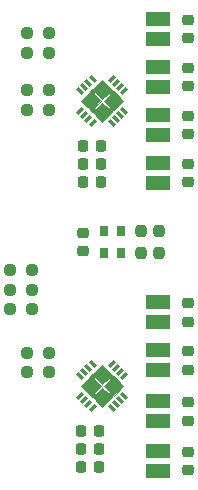
<source format=gbr>
%TF.GenerationSoftware,KiCad,Pcbnew,(6.0.2-0)*%
%TF.CreationDate,2022-06-23T22:24:51+02:00*%
%TF.ProjectId,CapSenseDuo,43617053-656e-4736-9544-756f2e6b6963,rev?*%
%TF.SameCoordinates,Original*%
%TF.FileFunction,Paste,Top*%
%TF.FilePolarity,Positive*%
%FSLAX46Y46*%
G04 Gerber Fmt 4.6, Leading zero omitted, Abs format (unit mm)*
G04 Created by KiCad (PCBNEW (6.0.2-0)) date 2022-06-23 22:24:51*
%MOMM*%
%LPD*%
G01*
G04 APERTURE LIST*
G04 Aperture macros list*
%AMRoundRect*
0 Rectangle with rounded corners*
0 $1 Rounding radius*
0 $2 $3 $4 $5 $6 $7 $8 $9 X,Y pos of 4 corners*
0 Add a 4 corners polygon primitive as box body*
4,1,4,$2,$3,$4,$5,$6,$7,$8,$9,$2,$3,0*
0 Add four circle primitives for the rounded corners*
1,1,$1+$1,$2,$3*
1,1,$1+$1,$4,$5*
1,1,$1+$1,$6,$7*
1,1,$1+$1,$8,$9*
0 Add four rect primitives between the rounded corners*
20,1,$1+$1,$2,$3,$4,$5,0*
20,1,$1+$1,$4,$5,$6,$7,0*
20,1,$1+$1,$6,$7,$8,$9,0*
20,1,$1+$1,$8,$9,$2,$3,0*%
%AMRotRect*
0 Rectangle, with rotation*
0 The origin of the aperture is its center*
0 $1 length*
0 $2 width*
0 $3 Rotation angle, in degrees counterclockwise*
0 Add horizontal line*
21,1,$1,$2,0,0,$3*%
G04 Aperture macros list end*
%ADD10C,0.100000*%
%ADD11R,0.800000X0.900000*%
%ADD12RoundRect,0.237500X-0.250000X-0.237500X0.250000X-0.237500X0.250000X0.237500X-0.250000X0.237500X0*%
%ADD13R,2.000000X1.250000*%
%ADD14RotRect,0.249999X0.599999X45.000000*%
%ADD15RotRect,0.249999X0.599999X315.000000*%
%ADD16C,0.499999*%
%ADD17RoundRect,0.225000X-0.250000X0.225000X-0.250000X-0.225000X0.250000X-0.225000X0.250000X0.225000X0*%
%ADD18RoundRect,0.225000X-0.225000X-0.250000X0.225000X-0.250000X0.225000X0.250000X-0.225000X0.250000X0*%
%ADD19RoundRect,0.237500X0.250000X0.237500X-0.250000X0.237500X-0.250000X-0.237500X0.250000X-0.237500X0*%
%ADD20RoundRect,0.237500X-0.237500X0.250000X-0.237500X-0.250000X0.237500X-0.250000X0.237500X0.250000X0*%
%ADD21RoundRect,0.237500X0.237500X-0.250000X0.237500X0.250000X-0.237500X0.250000X-0.237500X-0.250000X0*%
G04 APERTURE END LIST*
D10*
%TO.C,IC1*%
X110948242Y-138753345D02*
X111760001Y-139565105D01*
X111760001Y-139565105D02*
X112571761Y-138753345D01*
X112571761Y-138753345D02*
X111760002Y-137941585D01*
X111760002Y-137941585D02*
X110948242Y-138753345D01*
G36*
X112571761Y-138753345D02*
G01*
X111760001Y-139565105D01*
X110948242Y-138753345D01*
X111760002Y-137941585D01*
X112571761Y-138753345D01*
G37*
X112571761Y-138753345D02*
X111760001Y-139565105D01*
X110948242Y-138753345D01*
X111760002Y-137941585D01*
X112571761Y-138753345D01*
X111618583Y-137800166D02*
X110806823Y-136988406D01*
X110806823Y-136988406D02*
X109995063Y-137800166D01*
X109995063Y-137800166D02*
X110806823Y-138611926D01*
X110806823Y-138611926D02*
X111618583Y-137800166D01*
G36*
X111618583Y-137800166D02*
G01*
X110806823Y-138611926D01*
X109995063Y-137800166D01*
X110806823Y-136988406D01*
X111618583Y-137800166D01*
G37*
X111618583Y-137800166D02*
X110806823Y-138611926D01*
X109995063Y-137800166D01*
X110806823Y-136988406D01*
X111618583Y-137800166D01*
X111901421Y-137800166D02*
X112713181Y-138611925D01*
X112713181Y-138611925D02*
X113524940Y-137800166D01*
X113524940Y-137800166D02*
X112713181Y-136988407D01*
X112713181Y-136988407D02*
X111901421Y-137800166D01*
G36*
X113524940Y-137800166D02*
G01*
X112713181Y-138611925D01*
X111901421Y-137800166D01*
X112713181Y-136988407D01*
X113524940Y-137800166D01*
G37*
X113524940Y-137800166D02*
X112713181Y-138611925D01*
X111901421Y-137800166D01*
X112713181Y-136988407D01*
X113524940Y-137800166D01*
X112571761Y-136846987D02*
X111760001Y-136035227D01*
X111760001Y-136035227D02*
X110948242Y-136846987D01*
X110948242Y-136846987D02*
X111760002Y-137658747D01*
X111760002Y-137658747D02*
X112571761Y-136846987D01*
G36*
X112571761Y-136846987D02*
G01*
X111760002Y-137658747D01*
X110948242Y-136846987D01*
X111760001Y-136035227D01*
X112571761Y-136846987D01*
G37*
X112571761Y-136846987D02*
X111760002Y-137658747D01*
X110948242Y-136846987D01*
X111760001Y-136035227D01*
X112571761Y-136846987D01*
%TO.C,IC2*%
X112571761Y-112711821D02*
X111760001Y-111900061D01*
X111760001Y-111900061D02*
X110948242Y-112711821D01*
X110948242Y-112711821D02*
X111760002Y-113523581D01*
X111760002Y-113523581D02*
X112571761Y-112711821D01*
G36*
X112571761Y-112711821D02*
G01*
X111760002Y-113523581D01*
X110948242Y-112711821D01*
X111760001Y-111900061D01*
X112571761Y-112711821D01*
G37*
X112571761Y-112711821D02*
X111760002Y-113523581D01*
X110948242Y-112711821D01*
X111760001Y-111900061D01*
X112571761Y-112711821D01*
X110948242Y-114618179D02*
X111760001Y-115429939D01*
X111760001Y-115429939D02*
X112571761Y-114618179D01*
X112571761Y-114618179D02*
X111760002Y-113806419D01*
X111760002Y-113806419D02*
X110948242Y-114618179D01*
G36*
X112571761Y-114618179D02*
G01*
X111760001Y-115429939D01*
X110948242Y-114618179D01*
X111760002Y-113806419D01*
X112571761Y-114618179D01*
G37*
X112571761Y-114618179D02*
X111760001Y-115429939D01*
X110948242Y-114618179D01*
X111760002Y-113806419D01*
X112571761Y-114618179D01*
X111618583Y-113665000D02*
X110806823Y-112853240D01*
X110806823Y-112853240D02*
X109995063Y-113665000D01*
X109995063Y-113665000D02*
X110806823Y-114476760D01*
X110806823Y-114476760D02*
X111618583Y-113665000D01*
G36*
X111618583Y-113665000D02*
G01*
X110806823Y-114476760D01*
X109995063Y-113665000D01*
X110806823Y-112853240D01*
X111618583Y-113665000D01*
G37*
X111618583Y-113665000D02*
X110806823Y-114476760D01*
X109995063Y-113665000D01*
X110806823Y-112853240D01*
X111618583Y-113665000D01*
X111901421Y-113665000D02*
X112713181Y-114476759D01*
X112713181Y-114476759D02*
X113524940Y-113665000D01*
X113524940Y-113665000D02*
X112713181Y-112853241D01*
X112713181Y-112853241D02*
X111901421Y-113665000D01*
G36*
X113524940Y-113665000D02*
G01*
X112713181Y-114476759D01*
X111901421Y-113665000D01*
X112713181Y-112853241D01*
X113524940Y-113665000D01*
G37*
X113524940Y-113665000D02*
X112713181Y-114476759D01*
X111901421Y-113665000D01*
X112713181Y-112853241D01*
X113524940Y-113665000D01*
%TD*%
D11*
%TO.C,Y1*%
X111882500Y-124678000D03*
X111882500Y-126528000D03*
X113332500Y-126528000D03*
X113332500Y-124678000D03*
%TD*%
D12*
%TO.C,R5*%
X105386500Y-135001000D03*
X107211500Y-135001000D03*
%TD*%
%TO.C,R4*%
X103989500Y-129667000D03*
X105814500Y-129667000D03*
%TD*%
%TO.C,R3*%
X103989500Y-131318000D03*
X105814500Y-131318000D03*
%TD*%
D13*
%TO.C,L1*%
X116500000Y-144995000D03*
X116500000Y-143295000D03*
%TD*%
%TO.C,L2*%
X116500000Y-140804000D03*
X116500000Y-139104000D03*
%TD*%
%TO.C,L3*%
X116500000Y-136473000D03*
X116500000Y-134773000D03*
%TD*%
%TO.C,L4*%
X116500000Y-132409000D03*
X116500000Y-130709000D03*
%TD*%
D14*
%TO.C,IC1*%
X110946829Y-135926333D03*
X110593276Y-136279886D03*
X110239721Y-136633441D03*
X109886169Y-136986992D03*
D15*
X109886169Y-138613340D03*
X110239721Y-138966891D03*
X110593276Y-139320446D03*
X110946829Y-139673999D03*
D14*
X112573175Y-139673998D03*
X112926727Y-139320446D03*
X113280282Y-138966891D03*
X113633834Y-138613339D03*
D15*
X113633834Y-136986993D03*
X113280282Y-136633441D03*
X112926727Y-136279886D03*
X112573175Y-135926334D03*
D16*
X111017538Y-138542628D03*
X112502462Y-137057704D03*
X111017540Y-137057702D03*
X112502464Y-138542626D03*
%TD*%
D17*
%TO.C,C8*%
X119000000Y-143370000D03*
X119000000Y-144920000D03*
%TD*%
%TO.C,C7*%
X119000000Y-139179000D03*
X119000000Y-140729000D03*
%TD*%
%TO.C,C6*%
X119000000Y-134861000D03*
X119000000Y-136411000D03*
%TD*%
%TO.C,C5*%
X119000000Y-130797000D03*
X119000000Y-132347000D03*
%TD*%
D18*
%TO.C,C4*%
X109969000Y-144653000D03*
X111519000Y-144653000D03*
%TD*%
%TO.C,C3*%
X109969000Y-143129000D03*
X111519000Y-143129000D03*
%TD*%
%TO.C,C2*%
X109969000Y-141605000D03*
X111519000Y-141605000D03*
%TD*%
D17*
%TO.C,C1*%
X110109000Y-124828000D03*
X110109000Y-126378000D03*
%TD*%
D19*
%TO.C,R6*%
X107211500Y-136652000D03*
X105386500Y-136652000D03*
%TD*%
D12*
%TO.C,R7*%
X105386500Y-112776000D03*
X107211500Y-112776000D03*
%TD*%
D19*
%TO.C,R8*%
X107211500Y-114427000D03*
X105386500Y-114427000D03*
%TD*%
D18*
%TO.C,C10*%
X110096000Y-118999000D03*
X111646000Y-118999000D03*
%TD*%
D12*
%TO.C,R9*%
X103989500Y-128016000D03*
X105814500Y-128016000D03*
%TD*%
D19*
%TO.C,R10*%
X107211500Y-107950000D03*
X105386500Y-107950000D03*
%TD*%
D18*
%TO.C,C11*%
X110096000Y-120523000D03*
X111646000Y-120523000D03*
%TD*%
D17*
%TO.C,C13*%
X119000000Y-110858000D03*
X119000000Y-112408000D03*
%TD*%
D20*
%TO.C,R2*%
X116586000Y-124690500D03*
X116586000Y-126515500D03*
%TD*%
D13*
%TO.C,L5*%
X116500000Y-120611000D03*
X116500000Y-118911000D03*
%TD*%
D17*
%TO.C,C15*%
X119000000Y-118986000D03*
X119000000Y-120536000D03*
%TD*%
D13*
%TO.C,L8*%
X116500000Y-108419000D03*
X116500000Y-106719000D03*
%TD*%
D18*
%TO.C,C9*%
X110096000Y-117475000D03*
X111646000Y-117475000D03*
%TD*%
D13*
%TO.C,L6*%
X116500000Y-116547000D03*
X116500000Y-114847000D03*
%TD*%
D14*
%TO.C,IC2*%
X110946829Y-111791167D03*
X110593276Y-112144720D03*
X110239721Y-112498275D03*
X109886169Y-112851826D03*
D15*
X109886169Y-114478174D03*
X110239721Y-114831725D03*
X110593276Y-115185280D03*
X110946829Y-115538833D03*
D14*
X112573175Y-115538832D03*
X112926727Y-115185280D03*
X113280282Y-114831725D03*
X113633834Y-114478173D03*
D15*
X113633834Y-112851827D03*
X113280282Y-112498275D03*
X112926727Y-112144720D03*
X112573175Y-111791168D03*
D16*
X112502462Y-112922538D03*
X111017540Y-112922536D03*
X111017538Y-114407462D03*
X112502464Y-114407460D03*
%TD*%
D17*
%TO.C,C12*%
X119000000Y-106794000D03*
X119000000Y-108344000D03*
%TD*%
D21*
%TO.C,R1*%
X115062000Y-126515500D03*
X115062000Y-124690500D03*
%TD*%
D19*
%TO.C,R11*%
X107211500Y-109601000D03*
X105386500Y-109601000D03*
%TD*%
D17*
%TO.C,C14*%
X119000000Y-114922000D03*
X119000000Y-116472000D03*
%TD*%
D13*
%TO.C,L7*%
X116500000Y-112483000D03*
X116500000Y-110783000D03*
%TD*%
M02*

</source>
